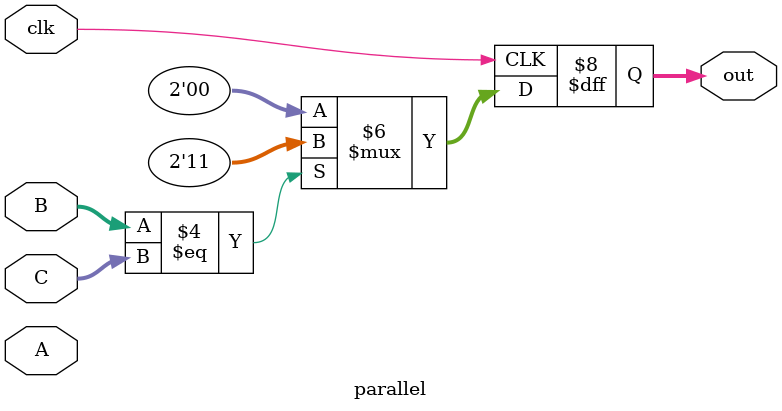
<source format=sv>

`timescale 1ns / 1ps

module parallel (
    input                       clk,
    input  logic unsigned [3:0] A,
    input  logic unsigned [3:0] B,
    input  logic unsigned [3:0] C,
    output logic unsigned [1:0] out
);

  always @(posedge clk) begin
    if (A == B) begin
      out <= 1;
    end
    if (A == C) begin
      out <= 2;
    end
    if (B == C) begin
      out <= 3;
    end else begin
      out <= 0;
    end
  end

endmodule


</source>
